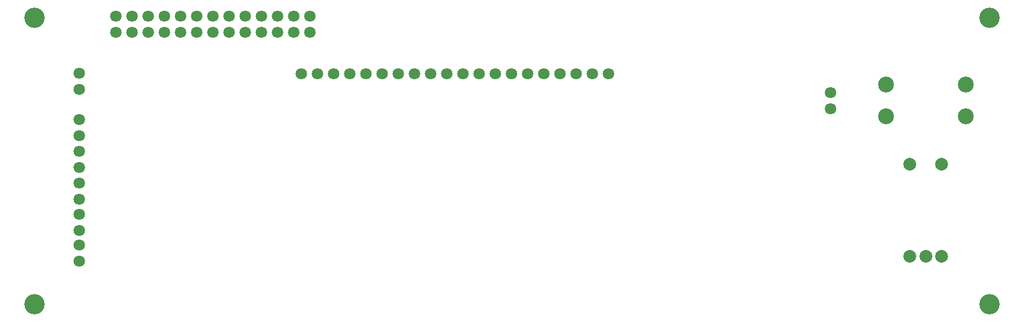
<source format=gbs>
%TF.GenerationSoftware,KiCad,Pcbnew,8.0.0-8.0.0-1~ubuntu23.10.1*%
%TF.CreationDate,2024-02-24T12:58:59+11:00*%
%TF.ProjectId,tbc_ui,7462635f-7569-42e6-9b69-6361645f7063,rev?*%
%TF.SameCoordinates,Original*%
%TF.FileFunction,Soldermask,Bot*%
%TF.FilePolarity,Negative*%
%FSLAX46Y46*%
G04 Gerber Fmt 4.6, Leading zero omitted, Abs format (unit mm)*
G04 Created by KiCad (PCBNEW 8.0.0-8.0.0-1~ubuntu23.10.1) date 2024-02-24 12:58:59*
%MOMM*%
%LPD*%
G01*
G04 APERTURE LIST*
%ADD10C,3.200000*%
%ADD11C,1.800000*%
%ADD12C,2.500000*%
%ADD13C,2.000000*%
G04 APERTURE END LIST*
D10*
%TO.C,MH1*%
X85000000Y-70000000D03*
%TD*%
%TO.C,MH4*%
X235000000Y-115000000D03*
%TD*%
%TO.C,MH3*%
X235000000Y-70000000D03*
%TD*%
D11*
%TO.C,D5*%
X92000000Y-88520000D03*
X92000000Y-85980000D03*
%TD*%
%TO.C,D10*%
X92000000Y-81270000D03*
X92000000Y-78730000D03*
%TD*%
%TO.C,D4*%
X210000000Y-84270000D03*
X210000000Y-81730000D03*
%TD*%
%TO.C,D8*%
X92000000Y-103411168D03*
X92000000Y-100871168D03*
%TD*%
D12*
%TO.C,SW2*%
X218750000Y-85500000D03*
X231250000Y-85500000D03*
X218750000Y-80500000D03*
X231250000Y-80500000D03*
%TD*%
D11*
%TO.C,D9*%
X92000000Y-108270000D03*
X92000000Y-105730000D03*
%TD*%
%TO.C,DS1*%
X175130000Y-78750000D03*
X172590000Y-78750000D03*
X170050000Y-78750000D03*
X167510000Y-78750000D03*
X164970000Y-78750000D03*
X162430000Y-78750000D03*
X159890000Y-78750000D03*
X157350000Y-78750000D03*
X154810000Y-78750000D03*
X152270000Y-78750000D03*
X149730000Y-78750000D03*
X147190000Y-78750000D03*
X144650000Y-78750000D03*
X142110000Y-78750000D03*
X139570000Y-78750000D03*
X137030000Y-78750000D03*
X134490000Y-78750000D03*
X131950000Y-78750000D03*
X129410000Y-78750000D03*
X126870000Y-78750000D03*
%TD*%
D13*
%TO.C,SW1*%
X222500000Y-107500000D03*
X227500000Y-107500000D03*
X225000000Y-107500000D03*
X222500000Y-93000000D03*
X227500000Y-93000000D03*
%TD*%
D10*
%TO.C,MH2*%
X85000000Y-115000000D03*
%TD*%
D11*
%TO.C,D6*%
X92000000Y-93540000D03*
X92000000Y-91000000D03*
%TD*%
%TO.C,D7*%
X92000000Y-98520000D03*
X92000000Y-95980000D03*
%TD*%
%TO.C,J1*%
X128240000Y-72270000D03*
X128240000Y-69730000D03*
X125700000Y-72270000D03*
X125700000Y-69730000D03*
X123160000Y-72270000D03*
X123160000Y-69730000D03*
X120620000Y-72270000D03*
X120620000Y-69730000D03*
X118080000Y-72270000D03*
X118080000Y-69730000D03*
X115540000Y-72270000D03*
X115540000Y-69730000D03*
X113000000Y-72270000D03*
X113000000Y-69730000D03*
X110460000Y-72270000D03*
X110460000Y-69730000D03*
X107920000Y-72270000D03*
X107920000Y-69730000D03*
X105380000Y-72270000D03*
X105380000Y-69730000D03*
X102840000Y-72270000D03*
X102840000Y-69730000D03*
X100300000Y-72270000D03*
X100300000Y-69730000D03*
X97760000Y-72270000D03*
X97760000Y-69730000D03*
%TD*%
M02*

</source>
